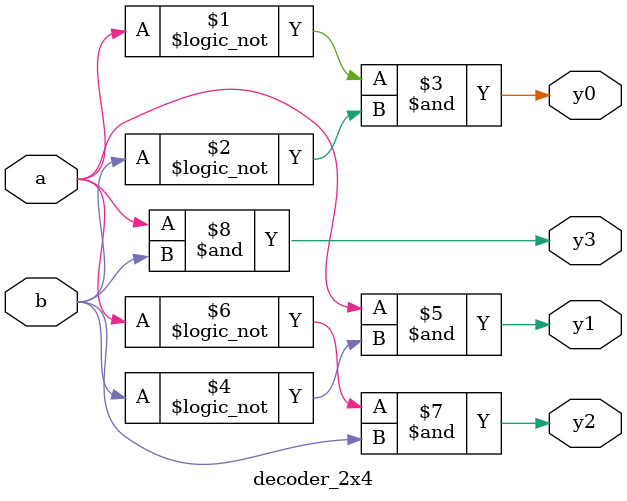
<source format=v>
module decoder_2x4(
    input a,
    input b,
    output y0,
    output y1,
    output y2,
    output y3
);

assign y0 =  (!a) & (!b) ;
assign y1 = (a) & (!b) ;
assign y2 = (!a) & (b) ;
assign y3 = a & b ;

endmodule
</source>
